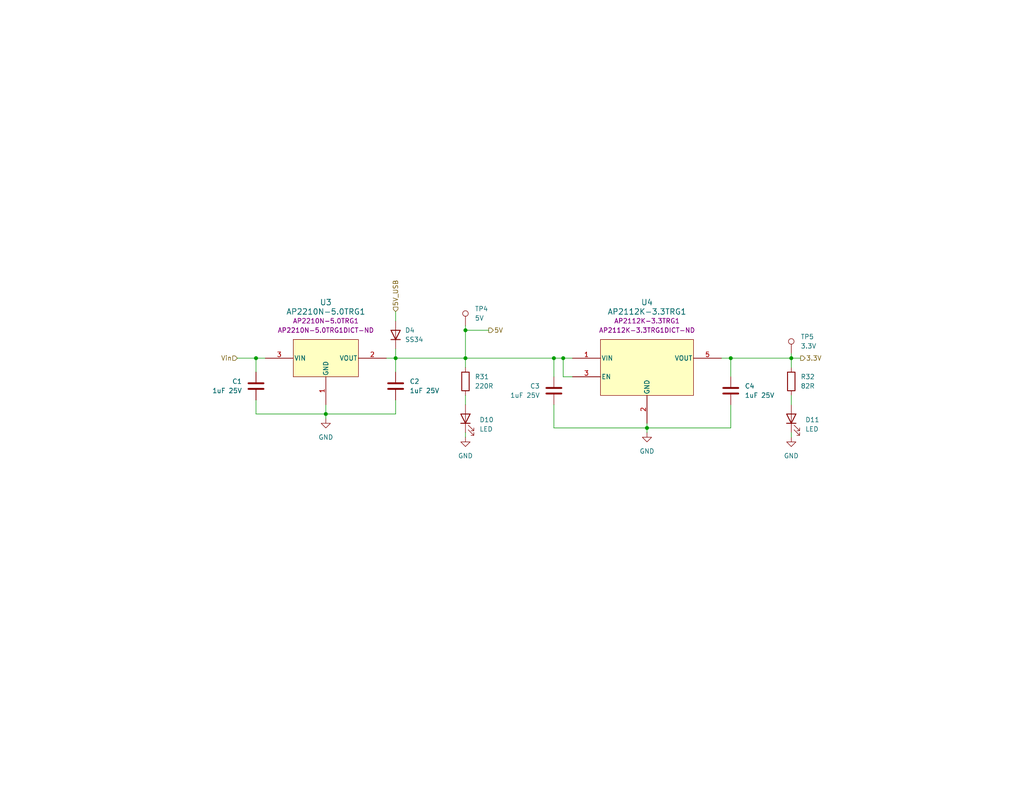
<source format=kicad_sch>
(kicad_sch (version 20230121) (generator eeschema)
  (paper "A")
  (title_block (title "Adjustable Power Supply") (date "2024-01-11") (company "George Jurgiel") (comment 1 "Power regulators for digital logic and display"))
  (lib_symbols
    (symbol "Adjustable_Power_Suppy:AP2112K-3.3TRG1" (pin_names (offset 0.254))
      (property "Reference" "U" (at 20.32 10.16 0))
      (property "Value" "AP2112K-3.3TRG1" (at 20.32 7.62 0))
      (property "MPN" "AP2112K-3.3TRG1" (at 2.54 21.59 0))
      (property "Digikey PN" "AP2112K-3.3TRG1DICT-ND" (at -2.54 16.51 0))
      (symbol "AP2112K-3.3TRG1_0_1"
        (pin unspecified line (at 0 0 0) (length 7.62) (name "VIN") (number "1"))
        (pin unspecified line (at 20.32 -17.78 90) (length 7.62) (name "GND") (number "2"))
        (pin unspecified line (at 0 -5.08 0) (length 7.62) (name "EN") (number "3"))
        (pin unspecified line (at 40.64 0 180) (length 7.62) (name "VOUT") (number "5"))
      )
      (symbol "AP2112K-3.3TRG1_1_1"
        (rectangle (start 7.62 5.08) (end 33.02 -10.16) (fill (type background)))
      )
    )
    (symbol "Adjustable_Power_Suppy:AP2210N-5.0TRG1" (pin_names (offset 0.254))
      (property "Reference" "U" (at 16.51 10.16 0))
      (property "Value" "AP2210N-5.0TRG1" (at 16.51 7.62 0))
      (property "MPN" "AP2210N-5.0TRG1" (at 5.08 21.59 0))
      (property "Digikey PN" "AP2210N-5.0TRG1DICT-ND" (at 5.08 16.51 0))
      (symbol "AP2210N-5.0TRG1_1_1"
        (rectangle (start 7.62 5.08) (end 25.4 -5.08) (fill (type background)))
        (pin power_in line (at 16.51 -12.7 90) (length 7.62) (name "GND") (number "1"))
        (pin power_out line (at 33.02 0 180) (length 7.62) (name "VOUT") (number "2"))
        (pin power_in line (at 0 0 0) (length 7.62) (name "VIN") (number "3"))
      )
    )
    (symbol "Connector:TestPoint" (pin_numbers hide) (pin_names (offset 0.762) hide)
      (property "Reference" "TP" (at 0 6.858 0))
      (property "Value" "TestPoint" (at 0 5.08 0))
      (symbol "TestPoint_0_1"
        (circle (center 0 3.302) (radius 0.762))
      )
      (symbol "TestPoint_1_1"
        (pin passive line (at 0 0 90) (length 2.54) (name "1") (number "1"))
      )
    )
    (symbol "Device:C" (pin_numbers hide) (pin_names (offset 0.254))
      (property "Reference" "C" (at 0.635 2.54 0))
      (property "Value" "C" (at 0.635 -2.54 0))
      (symbol "C_0_1"
        (polyline (pts (xy -2.032 -0.762) (xy 2.032 -0.762)) (stroke (width 0.508)))
        (polyline (pts (xy -2.032 0.762) (xy 2.032 0.762)) (stroke (width 0.508)))
      )
      (symbol "C_1_1"
        (pin passive line (at 0 3.81 270) (length 2.794) (name "~") (number "1"))
        (pin passive line (at 0 -3.81 90) (length 2.794) (name "~") (number "2"))
      )
    )
    (symbol "Device:D" (pin_numbers hide) (pin_names (offset 1.016) hide)
      (property "Reference" "D" (at 0 2.54 0))
      (property "Value" "D" (at 0 -2.54 0))
      (symbol "D_0_1"
        (polyline (pts (xy -1.27 1.27) (xy -1.27 -1.27)) (stroke (width 0.254)))
        (polyline (pts (xy 1.27 0) (xy -1.27 0)))
        (polyline (pts (xy 1.27 1.27) (xy 1.27 -1.27) (xy -1.27 0) (xy 1.27 1.27)) (stroke (width 0.254)))
      )
      (symbol "D_1_1"
        (pin passive line (at -3.81 0 0) (length 2.54) (name "K") (number "1"))
        (pin passive line (at 3.81 0 180) (length 2.54) (name "A") (number "2"))
      )
    )
    (symbol "Device:LED" (pin_numbers hide) (pin_names (offset 1.016) hide)
      (property "Reference" "D" (at 0 2.54 0))
      (property "Value" "LED" (at 0 -2.54 0))
      (symbol "LED_0_1"
        (polyline (pts (xy -1.27 -1.27) (xy -1.27 1.27)) (stroke (width 0.254)))
        (polyline (pts (xy -1.27 0) (xy 1.27 0)))
        (polyline (pts (xy 1.27 -1.27) (xy 1.27 1.27) (xy -1.27 0) (xy 1.27 -1.27)) (stroke (width 0.254)))
        (polyline (pts (xy -3.048 -0.762) (xy -4.572 -2.286) (xy -3.81 -2.286) (xy -4.572 -2.286) (xy -4.572 -1.524)))
        (polyline (pts (xy -1.778 -0.762) (xy -3.302 -2.286) (xy -2.54 -2.286) (xy -3.302 -2.286) (xy -3.302 -1.524)))
      )
      (symbol "LED_1_1"
        (pin passive line (at -3.81 0 0) (length 2.54) (name "K") (number "1"))
        (pin passive line (at 3.81 0 180) (length 2.54) (name "A") (number "2"))
      )
    )
    (symbol "Device:R" (pin_numbers hide) (pin_names (offset 0))
      (property "Reference" "R" (at 2.032 0 90))
      (property "Value" "R" (at 0 0 90))
      (symbol "R_0_1"
        (rectangle (start -1.016 -2.54) (end 1.016 2.54) (stroke (width 0.254)))
      )
      (symbol "R_1_1"
        (pin passive line (at 0 3.81 270) (length 1.27) (name "~") (number "1"))
        (pin passive line (at 0 -3.81 90) (length 1.27) (name "~") (number "2"))
      )
    )
    (symbol "power:GND" (power) (pin_names (offset 0))
      (property "Value" "GND" (at 0 -3.81 0))
      (symbol "GND_0_1"
        (polyline (pts (xy 0 0) (xy 0 -1.27) (xy 1.27 -1.27) (xy 0 -2.54) (xy -1.27 -1.27) (xy 0 -1.27)))
      )
      (symbol "GND_1_1"
        (pin power_in line (at 0 0 270) (length 0) hide (name "GND") (number "1"))
      )
    )
  )
  (junction (at 151.13 97.79))
  (junction (at 107.95 97.79))
  (junction (at 199.39 97.79))
  (junction (at 127 97.79))
  (junction (at 127 90.17))
  (junction (at 69.85 97.79))
  (junction (at 153.67 97.79))
  (junction (at 88.9 113.03))
  (junction (at 215.9 97.79))
  (junction (at 176.53 116.84))
  (wire (pts (xy 69.85 97.79) (xy 72.39 97.79)))
  (wire (pts (xy 69.85 101.6) (xy 69.85 97.79)))
  (wire (pts (xy 88.9 113.03) (xy 88.9 114.3)))
  (wire (pts (xy 127 97.79) (xy 127 100.33)))
  (wire (pts (xy 107.95 97.79) (xy 107.95 101.6)))
  (wire (pts (xy 88.9 113.03) (xy 69.85 113.03)))
  (wire (pts (xy 153.67 97.79) (xy 156.21 97.79)))
  (wire (pts (xy 176.53 116.84) (xy 176.53 118.11)))
  (wire (pts (xy 151.13 110.49) (xy 151.13 116.84)))
  (wire (pts (xy 88.9 113.03) (xy 107.95 113.03)))
  (wire (pts (xy 105.41 97.79) (xy 107.95 97.79)))
  (wire (pts (xy 176.53 115.57) (xy 176.53 116.84)))
  (wire (pts (xy 153.67 102.87) (xy 156.21 102.87)))
  (wire (pts (xy 199.39 116.84) (xy 176.53 116.84)))
  (wire (pts (xy 215.9 97.79) (xy 218.44 97.79)))
  (wire (pts (xy 215.9 107.95) (xy 215.9 110.49)))
  (wire (pts (xy 215.9 118.11) (xy 215.9 119.38)))
  (wire (pts (xy 196.85 97.79) (xy 199.39 97.79)))
  (wire (pts (xy 151.13 97.79) (xy 151.13 102.87)))
  (wire (pts (xy 215.9 96.52) (xy 215.9 97.79)))
  (wire (pts (xy 215.9 97.79) (xy 215.9 100.33)))
  (wire (pts (xy 127 118.11) (xy 127 119.38)))
  (wire (pts (xy 199.39 97.79) (xy 215.9 97.79)))
  (wire (pts (xy 153.67 97.79) (xy 153.67 102.87)))
  (wire (pts (xy 127 88.9) (xy 127 90.17)))
  (wire (pts (xy 107.95 97.79) (xy 127 97.79)))
  (wire (pts (xy 199.39 97.79) (xy 199.39 102.87)))
  (wire (pts (xy 107.95 85.09) (xy 107.95 87.63)))
  (wire (pts (xy 127 90.17) (xy 133.35 90.17)))
  (wire (pts (xy 107.95 113.03) (xy 107.95 109.22)))
  (wire (pts (xy 199.39 110.49) (xy 199.39 116.84)))
  (wire (pts (xy 127 107.95) (xy 127 110.49)))
  (wire (pts (xy 151.13 97.79) (xy 153.67 97.79)))
  (wire (pts (xy 127 97.79) (xy 151.13 97.79)))
  (wire (pts (xy 88.9 110.49) (xy 88.9 113.03)))
  (wire (pts (xy 64.77 97.79) (xy 69.85 97.79)))
  (wire (pts (xy 127 97.79) (xy 127 90.17)))
  (wire (pts (xy 107.95 95.25) (xy 107.95 97.79)))
  (wire (pts (xy 151.13 116.84) (xy 176.53 116.84)))
  (wire (pts (xy 69.85 113.03) (xy 69.85 109.22)))
  (hierarchical_label "Vin" (shape input) (at 64.77 97.79 180))
  (hierarchical_label "5V_USB" (shape input) (at 107.95 85.09 90))
  (hierarchical_label "3.3V" (shape output) (at 218.44 97.79 0))
  (hierarchical_label "5V" (shape output) (at 133.35 90.17 0))
  (symbol (lib_id "power:GND") (at 88.9 114.3 0) (unit 1)
    (property "Reference" "#PWR03" (effects hide))
    (property "Value" "GND" (at 88.9 119.38 0))
  )
  (symbol (lib_id "Connector:TestPoint") (at 127 88.9 0) (unit 1)
    (property "Reference" "TP4" (at 129.54 84.328 0) (effects (justify left)))
    (property "Value" "5V" (at 129.54 86.868 0) (effects (justify left)))
    (property "Footprint" "Adjustable_Power_Supply:TP420X150" (effects hide))
    (property "Datasheet" "https://www.seielect.com/catalog/sei-rmcf_rmcp.pdf" (effects hide))
    (property "Digikey PN" "RMCF0603ZT0R00CT-ND" (effects hide))
    (property "MPN" "RCWCTE" (effects hide))
  )
  (symbol (lib_id "Connector:TestPoint") (at 215.9 96.52 0) (unit 1)
    (property "Reference" "TP5" (at 218.44 91.948 0) (effects (justify left)))
    (property "Value" "3.3V" (at 218.44 94.488 0) (effects (justify left)))
    (property "Footprint" "Adjustable_Power_Supply:TP420X150" (effects hide))
    (property "Datasheet" "https://www.seielect.com/catalog/sei-rmcf_rmcp.pdf" (effects hide))
    (property "Digikey PN" "RMCF0603ZT0R00CT-ND" (effects hide))
    (property "MPN" "RCWCTE" (effects hide))
  )
  (symbol (lib_id "Adjustable_Power_Suppy:AP2112K-3.3TRG1") (at 156.21 97.79 0) (unit 1)
    (property "Reference" "U4" (at 176.53 82.55 0) (effects (font (size 1.524 1.524))))
    (property "Value" "AP2112K-3.3TRG1" (at 176.53 85.09 0) (effects (font (size 1.524 1.524))))
    (property "Footprint" "Adjustable_Power_Supply:AP2112K-3.3TRG1" (effects hide))
    (property "Datasheet" "https://www.diodes.com/assets/Datasheets/AP2112.pdf" (effects hide))
    (property "MPN" "AP2112K-3.3TRG1" (at 176.53 87.63 0))
    (property "Digikey PN" "AP2112K-3.3TRG1DICT-ND" (at 176.53 90.17 0))
  )
  (symbol (lib_id "power:GND") (at 127 119.38 0) (unit 1)
    (property "Reference" "#PWR059" (effects hide))
    (property "Value" "GND" (at 127 124.46 0))
  )
  (symbol (lib_id "Device:R") (at 127 104.14 180) (unit 1)
    (property "Reference" "R31" (at 129.54 102.87 0) (effects (justify right)))
    (property "Value" "220R" (at 129.54 105.41 0) (effects (justify right)))
    (property "Footprint" "Resistor_SMD:R_0603_1608Metric_Pad0.98x0.95mm_HandSolder" (effects hide))
    (property "Datasheet" "https://www.seielect.com/catalog/sei-rmcf_rmcp.pdf" (effects hide))
    (property "Digikey PN" "RMCF0603FT220RCT-ND" (effects hide))
    (property "MPN" "RMCF0603FT220R" (effects hide))
  )
  (symbol (lib_id "Device:C") (at 199.39 106.68 0) (unit 1)
    (property "Reference" "C4" (at 203.2 105.41 0) (effects (justify left)))
    (property "Value" "1uF 25V" (at 203.2 107.95 0) (effects (justify left)))
    (property "Footprint" "Capacitor_SMD:C_0603_1608Metric_Pad1.08x0.95mm_HandSolder" (effects hide))
    (property "Digikey PN" "1276-1860-1-ND" (effects hide))
    (property "MPN" "CL10A105KB8NNNC" (effects hide))
  )
  (symbol (lib_id "Device:C") (at 151.13 106.68 0) (mirror y) (unit 1)
    (property "Reference" "C3" (at 147.32 105.41 0) (effects (justify left)))
    (property "Value" "1uF 25V" (at 147.32 107.95 0) (effects (justify left)))
    (property "Footprint" "Capacitor_SMD:C_0603_1608Metric_Pad1.08x0.95mm_HandSolder" (effects hide))
    (property "Digikey PN" "1276-1860-1-ND" (effects hide))
    (property "MPN" "CL10A105KB8NNNC" (effects hide))
  )
  (symbol (lib_id "Device:D") (at 107.95 91.44 90) (unit 1)
    (property "Reference" "D4" (at 110.49 90.17 90) (effects (justify right)))
    (property "Value" "SS34" (at 110.49 92.71 90) (effects (justify right)))
    (property "Footprint" "Adjustable_Power_Supply:SS34" (effects hide))
    (property "Datasheet" "https://www.onsemi.com/pdf/datasheet/ss39-d.pdf" (effects hide))
    (property "MPN" "SS34" (effects hide))
    (property "Digikey PN" "SS34FSCT-ND" (effects hide))
    (instances (project "Adjustable_Power_Supply" (path "" (reference "D4") (unit 1)) (path "" (reference "D1") (unit 1))))
  )
  (symbol (lib_id "Device:C") (at 107.95 105.41 0) (unit 1)
    (property "Reference" "C2" (at 111.76 104.14 0) (effects (justify left)))
    (property "Value" "1uF 25V" (at 111.76 106.68 0) (effects (justify left)))
    (property "Footprint" "Capacitor_SMD:C_0603_1608Metric_Pad1.08x0.95mm_HandSolder" (effects hide))
    (property "Digikey PN" "1276-1860-1-ND" (effects hide))
    (property "MPN" "CL10A105KB8NNNC" (effects hide))
  )
  (symbol (lib_id "power:GND") (at 176.53 118.11 0) (unit 1)
    (property "Reference" "#PWR07" (effects hide))
    (property "Value" "GND" (at 176.53 123.19 0))
  )
  (symbol (lib_id "Device:C") (at 69.85 105.41 0) (mirror y) (unit 1)
    (property "Reference" "C1" (at 66.04 104.14 0) (effects (justify left)))
    (property "Value" "1uF 25V" (at 66.04 106.68 0) (effects (justify left)))
    (property "Footprint" "Capacitor_SMD:C_0603_1608Metric_Pad1.08x0.95mm_HandSolder" (effects hide))
    (property "Digikey PN" "1276-1860-1-ND" (effects hide))
    (property "MPN" "CL10A105KB8NNNC" (effects hide))
  )
  (symbol (lib_id "Device:LED") (at 215.9 114.3 90) (unit 1)
    (property "Reference" "D11" (at 219.71 114.6175 90) (effects (justify right)))
    (property "Value" "LED" (at 219.71 117.1575 90) (effects (justify right)))
    (property "Footprint" "LED_SMD:LED_0603_1608Metric_Pad1.05x0.95mm_HandSolder" (effects hide))
    (property "Datasheet" "https://mm.digikey.com/Volume0/opasdata/d220001/medias/docus/858/LTST-C190GKT.pdf" (effects hide))
    (property "Digikey PN" "160-1183-1-ND" (effects hide))
    (property "MPN" "LTST-C190GKT" (effects hide))
  )
  (symbol (lib_id "Adjustable_Power_Suppy:AP2210N-5.0TRG1") (at 72.39 97.79 0) (unit 1)
    (property "Reference" "U3" (at 88.9 82.55 0) (effects (font (size 1.524 1.524))))
    (property "Value" "AP2210N-5.0TRG1" (at 88.9 85.09 0) (effects (font (size 1.524 1.524))))
    (property "Footprint" "Adjustable_Power_Supply:AP2210N-5.0TRG1" (effects hide))
    (property "Datasheet" "https://www.diodes.com/assets/Datasheets/AP2210.pdf" (effects hide))
    (property "MPN" "AP2210N-5.0TRG1" (at 88.9 87.63 0))
    (property "Digikey PN" "AP2210N-5.0TRG1DICT-ND" (at 88.9 90.17 0))
  )
  (symbol (lib_id "Device:LED") (at 127 114.3 90) (unit 1)
    (property "Reference" "D10" (at 130.81 114.6175 90) (effects (justify right)))
    (property "Value" "LED" (at 130.81 117.1575 90) (effects (justify right)))
    (property "Footprint" "LED_SMD:LED_0603_1608Metric_Pad1.05x0.95mm_HandSolder" (effects hide))
    (property "Datasheet" "https://mm.digikey.com/Volume0/opasdata/d220001/medias/docus/858/LTST-C190GKT.pdf" (effects hide))
    (property "Digikey PN" "160-1183-1-ND" (effects hide))
    (property "MPN" "LTST-C190GKT" (effects hide))
  )
  (symbol (lib_id "Device:R") (at 215.9 104.14 180) (unit 1)
    (property "Reference" "R32" (at 218.44 102.87 0) (effects (justify right)))
    (property "Value" "82R" (at 218.44 105.41 0) (effects (justify right)))
    (property "Footprint" "Resistor_SMD:R_0603_1608Metric_Pad0.98x0.95mm_HandSolder" (effects hide))
    (property "Datasheet" "https://www.seielect.com/catalog/sei-rmcf_rmcp.pdf" (effects hide))
    (property "Digikey PN" "RMCF0603FT82R0CT-ND" (effects hide))
    (property "MPN" "RMCF0603FT82R0" (effects hide))
  )
  (symbol (lib_id "power:GND") (at 215.9 119.38 0) (unit 1)
    (property "Reference" "#PWR060" (effects hide))
    (property "Value" "GND" (at 215.9 124.46 0))
  )
)
</source>
